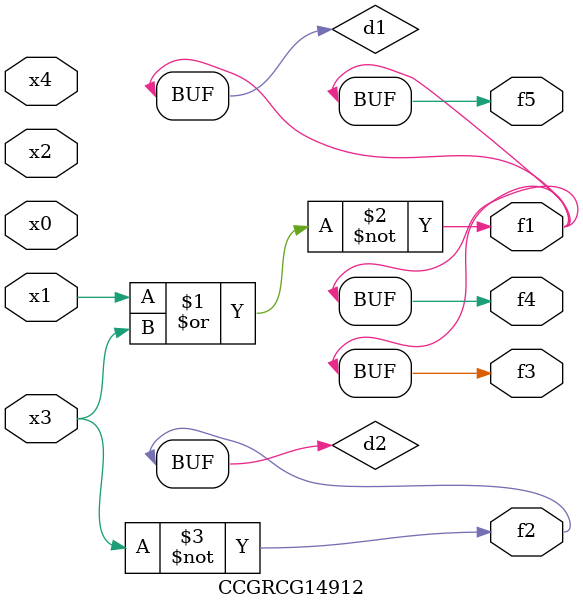
<source format=v>
module CCGRCG14912(
	input x0, x1, x2, x3, x4,
	output f1, f2, f3, f4, f5
);

	wire d1, d2;

	nor (d1, x1, x3);
	not (d2, x3);
	assign f1 = d1;
	assign f2 = d2;
	assign f3 = d1;
	assign f4 = d1;
	assign f5 = d1;
endmodule

</source>
